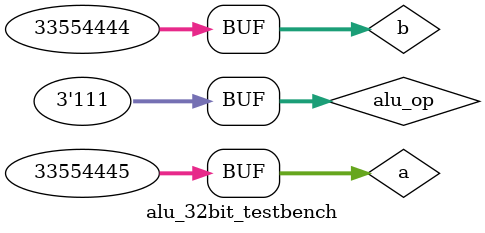
<source format=v>
`define DELAY 20
module alu_32bit_testbench();
	
	reg [31:0] a, b;
	reg [2:0] alu_op;
	wire [31:0]res;
	wire zero;
	//module module alu_32bit(res, alu_op, a, b);
	alu_32bit alu32bit(res, alu_op , a, b, zero);
	
	initial begin
	//add
	alu_op = 3'b000; a =32'b0000_0000_0000_0000_0000_0000_0000_1101; b = 32'b0000_0000_0000_0000_0000_0000_0000_1100;
	#`DELAY;
	//xor
	alu_op = 3'b001; a =32'b0000_0010_0000_0000_0000_0000_0000_1101; b = 32'b0000_0010_0000_0000_0000_0000_0000_1100;
	#`DELAY;
	//sub
	alu_op = 3'b010; a =32'b0000_0000_0000_0000_0000_0000_0000_1101; b = 32'b0000_0000_0000_0000_0000_0000_0000_0111;
	#`DELAY;
	//sub
	alu_op = 3'b010; a =32'b1000_0000_0000_0000_0000_0000_0000_1101; b = 32'b1000_0000_0000_0000_0000_0000_0000_1111;
	#`DELAY;
	//sub
	alu_op = 3'b010; a =32'b1000_0000_0000_0000_0000_0000_0000_1101; b = 32'b1000_0000_0000_0000_0000_0000_0000_1101;
	#`DELAY
	//mult
	alu_op = 3'b011; a =32'b0000_0000_0000_0000_0000_0000_0000_1101; b = 32'b0000_0000_0000_0000_0000_0000_0000_1100;
	#`DELAY;
	//slt
	alu_op = 3'b100; a =32'b0000_0010_0000_0000_0000_0000_0000_1101; b = 32'b0000_0010_0000_0000_0000_0000_0000_1100;
	#`DELAY;
	//slt
	alu_op = 3'b100; a =32'b0000_0010_0000_0000_0000_0000_0000_1101; b = 32'b0010_0010_0000_0000_0000_0000_0000_1100;
	#`DELAY;
	//nor
	alu_op = 3'b101; a =32'b0000_0010_0000_0000_0000_0000_0000_1101; b = 32'b0000_0010_0000_0000_0000_0000_0000_1100;
	#`DELAY;
	//and
	alu_op = 3'b110; a =32'b0000_0010_0000_0000_0000_0000_0000_1101; b = 32'b0000_0010_0000_0000_0000_0000_0000_1100;
	#`DELAY;
	//or
	alu_op = 3'b111; a =32'b0000_0010_0000_0000_0000_0000_0000_1101; b = 32'b0000_0010_0000_0000_0000_0000_0000_1100;
	#`DELAY;
	end
	initial begin
	$monitor("time=%2d,a=%32b,b=%32b alu_op2=%1b,alu_op1=%1b,alu_op0=%1b,res=%32b"
	          ,$time, a, b, alu_op[2], alu_op[1], alu_op[0], res);
	end
endmodule
</source>
